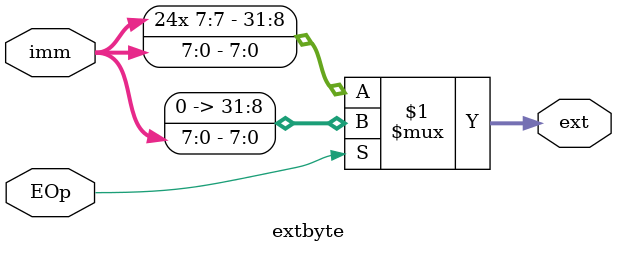
<source format=v>
`timescale 1ns / 1ps
module ext(
input [15:0]imm,
input [1:0]EOp,
output [31:0]ext
);
    reg [31:0]out;
	 always @(*) begin
	     case(EOp)
		      0:out={{16{imm[15]}},imm};
				1:out={16'h0000,imm};
				2:out={imm,16'h0000};
				3:out={{14{imm[15]}},imm,2'b00};
		  endcase
	 end
	 assign ext=out;
endmodule

module extbyte(
input [7:0]imm,
input EOp,
output [31:0]ext
);
	 assign ext=EOp?{24'b0,imm}:{{24{imm[7]}},imm};
endmodule

</source>
